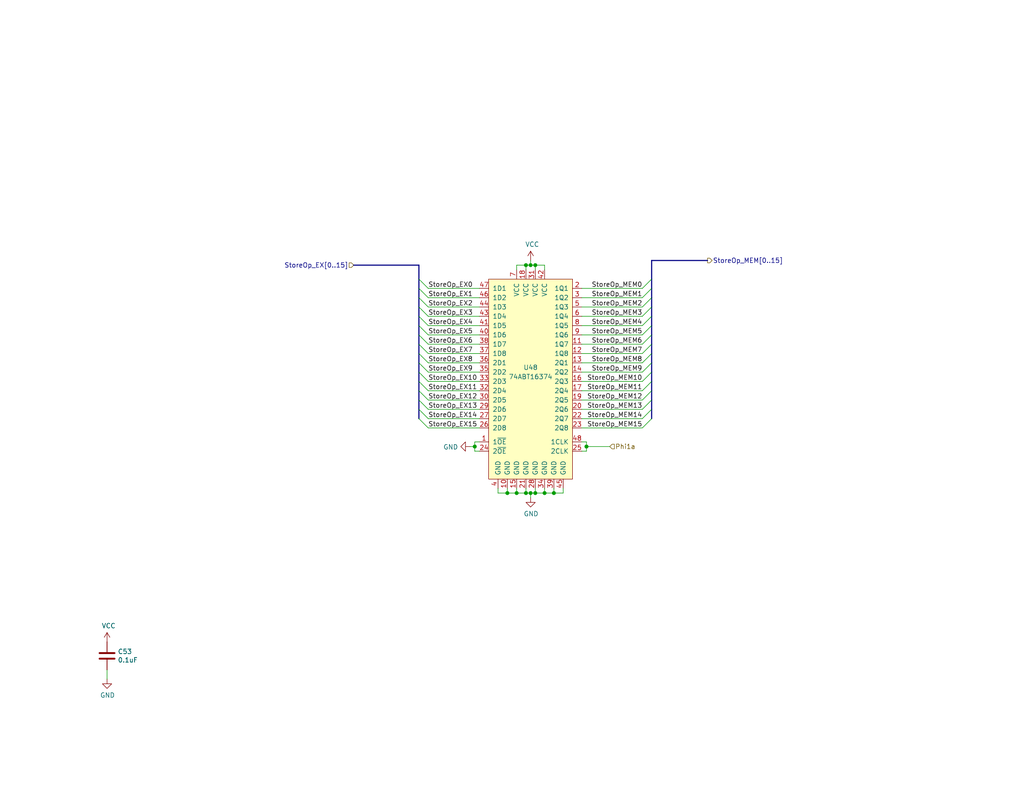
<source format=kicad_sch>
(kicad_sch (version 20230121) (generator eeschema)
  (paper "USLetter")
  (title_block (title "EX/MEM: Store Operand Register") (date "2023-10-22") (rev "C"))
  (lib_symbols
    (symbol "74xx (kicad5):74ABT16374" (pin_names (offset 1.016))
      (property "Reference" "U" (at 0 1.27 0))
      (property "Value" "74ABT16374" (at 0 -1.27 0))
      (symbol "74ABT16374_0_0"
        (pin input line (at -13.97 -20.32 0) (length 2.54) (name "1~{OE}") (number "1"))
        (pin power_in line (at -6.35 -33.02 90) (length 2.54) (name "GND") (number "10"))
        (pin tri_state line (at 13.97 6.35 180) (length 2.54) (name "1Q7") (number "11"))
        (pin tri_state line (at 13.97 3.81 180) (length 2.54) (name "1Q8") (number "12"))
        (pin tri_state line (at 13.97 1.27 180) (length 2.54) (name "2Q1") (number "13"))
        (pin tri_state line (at 13.97 -1.27 180) (length 2.54) (name "2Q2") (number "14"))
        (pin power_in line (at -3.81 -33.02 90) (length 2.54) (name "GND") (number "15"))
        (pin tri_state line (at 13.97 -3.81 180) (length 2.54) (name "2Q3") (number "16"))
        (pin tri_state line (at 13.97 -6.35 180) (length 2.54) (name "2Q4") (number "17"))
        (pin power_in line (at -1.27 26.67 270) (length 2.54) (name "VCC") (number "18"))
        (pin tri_state line (at 13.97 -8.89 180) (length 2.54) (name "2Q5") (number "19"))
        (pin tri_state line (at 13.97 21.59 180) (length 2.54) (name "1Q1") (number "2"))
        (pin tri_state line (at 13.97 -11.43 180) (length 2.54) (name "2Q6") (number "20"))
        (pin power_in line (at -1.27 -33.02 90) (length 2.54) (name "GND") (number "21"))
        (pin tri_state line (at 13.97 -13.97 180) (length 2.54) (name "2Q7") (number "22"))
        (pin tri_state line (at 13.97 -16.51 180) (length 2.54) (name "2Q8") (number "23"))
        (pin input line (at -13.97 -22.86 0) (length 2.54) (name "2~{OE}") (number "24"))
        (pin input line (at 13.97 -22.86 180) (length 2.54) (name "2CLK") (number "25"))
        (pin input line (at -13.97 -16.51 0) (length 2.54) (name "2D8") (number "26"))
        (pin input line (at -13.97 -13.97 0) (length 2.54) (name "2D7") (number "27"))
        (pin power_in line (at 1.27 -33.02 90) (length 2.54) (name "GND") (number "28"))
        (pin input line (at -13.97 -11.43 0) (length 2.54) (name "2D6") (number "29"))
        (pin tri_state line (at 13.97 19.05 180) (length 2.54) (name "1Q2") (number "3"))
        (pin input line (at -13.97 -8.89 0) (length 2.54) (name "2D5") (number "30"))
        (pin power_in line (at 1.27 26.67 270) (length 2.54) (name "VCC") (number "31"))
        (pin input line (at -13.97 -6.35 0) (length 2.54) (name "2D4") (number "32"))
        (pin input line (at -13.97 -3.81 0) (length 2.54) (name "2D3") (number "33"))
        (pin power_in line (at 3.81 -33.02 90) (length 2.54) (name "GND") (number "34"))
        (pin input line (at -13.97 -1.27 0) (length 2.54) (name "2D2") (number "35"))
        (pin input line (at -13.97 1.27 0) (length 2.54) (name "2D1") (number "36"))
        (pin input line (at -13.97 3.81 0) (length 2.54) (name "1D8") (number "37"))
        (pin input line (at -13.97 6.35 0) (length 2.54) (name "1D7") (number "38"))
        (pin power_in line (at 6.35 -33.02 90) (length 2.54) (name "GND") (number "39"))
        (pin power_in line (at -8.89 -33.02 90) (length 2.54) (name "GND") (number "4"))
        (pin input line (at -13.97 8.89 0) (length 2.54) (name "1D6") (number "40"))
        (pin input line (at -13.97 11.43 0) (length 2.54) (name "1D5") (number "41"))
        (pin power_in line (at 3.81 26.67 270) (length 2.54) (name "VCC") (number "42"))
        (pin input line (at -13.97 13.97 0) (length 2.54) (name "1D4") (number "43"))
        (pin input line (at -13.97 16.51 0) (length 2.54) (name "1D3") (number "44"))
        (pin power_in line (at 8.89 -33.02 90) (length 2.54) (name "GND") (number "45"))
        (pin input line (at -13.97 19.05 0) (length 2.54) (name "1D2") (number "46"))
        (pin input line (at -13.97 21.59 0) (length 2.54) (name "1D1") (number "47"))
        (pin input line (at 13.97 -20.32 180) (length 2.54) (name "1CLK") (number "48"))
        (pin tri_state line (at 13.97 16.51 180) (length 2.54) (name "1Q3") (number "5"))
        (pin tri_state line (at 13.97 13.97 180) (length 2.54) (name "1Q4") (number "6"))
        (pin power_in line (at -3.81 26.67 270) (length 2.54) (name "VCC") (number "7"))
        (pin tri_state line (at 13.97 11.43 180) (length 2.54) (name "1Q5") (number "8"))
        (pin tri_state line (at 13.97 8.89 180) (length 2.54) (name "1Q6") (number "9"))
      )
      (symbol "74ABT16374_0_1"
        (rectangle (start -11.43 24.13) (end 11.43 -30.48) (fill (type background)))
      )
    )
    (symbol "Device:C" (pin_numbers hide) (pin_names (offset 0.254))
      (property "Reference" "C" (at 0.635 2.54 0))
      (property "Value" "C" (at 0.635 -2.54 0))
      (symbol "C_0_1"
        (polyline (pts (xy -2.032 -0.762) (xy 2.032 -0.762)) (stroke (width 0.508)))
        (polyline (pts (xy -2.032 0.762) (xy 2.032 0.762)) (stroke (width 0.508)))
      )
      (symbol "C_1_1"
        (pin passive line (at 0 3.81 270) (length 2.794) (name "~") (number "1"))
        (pin passive line (at 0 -3.81 90) (length 2.794) (name "~") (number "2"))
      )
    )
    (symbol "power:GND" (power) (pin_names (offset 0))
      (property "Value" "GND" (at 0 -3.81 0))
      (symbol "GND_0_1"
        (polyline (pts (xy 0 0) (xy 0 -1.27) (xy 1.27 -1.27) (xy 0 -2.54) (xy -1.27 -1.27) (xy 0 -1.27)))
      )
      (symbol "GND_1_1"
        (pin power_in line (at 0 0 270) (length 0) hide (name "GND") (number "1"))
      )
    )
    (symbol "power:VCC" (power) (pin_names (offset 0))
      (property "Value" "VCC" (at 0 3.81 0))
      (symbol "VCC_0_1"
        (polyline (pts (xy -0.762 1.27) (xy 0 2.54)))
        (polyline (pts (xy 0 0) (xy 0 2.54)))
        (polyline (pts (xy 0 2.54) (xy 0.762 1.27)))
      )
      (symbol "VCC_1_1"
        (pin power_in line (at 0 0 90) (length 0) hide (name "VCC") (number "1"))
      )
    )
  )
  (junction (at 144.78 72.39))
  (junction (at 143.51 134.62))
  (junction (at 144.78 134.62))
  (junction (at 138.43 134.62))
  (junction (at 160.02 121.92))
  (junction (at 143.51 72.39))
  (junction (at 146.05 72.39))
  (junction (at 151.13 134.62))
  (junction (at 129.54 121.92))
  (junction (at 140.97 134.62))
  (junction (at 148.59 134.62))
  (junction (at 146.05 134.62))
  (bus_entry (at 114.3 78.74) (size 2.54 2.54))
  (bus_entry (at 114.3 76.2) (size 2.54 2.54))
  (bus_entry (at 114.3 91.44) (size 2.54 2.54))
  (bus_entry (at 114.3 114.3) (size 2.54 2.54))
  (bus_entry (at 177.8 106.68) (size -2.54 2.54))
  (bus_entry (at 114.3 111.76) (size 2.54 2.54))
  (bus_entry (at 114.3 109.22) (size 2.54 2.54))
  (bus_entry (at 114.3 88.9) (size 2.54 2.54))
  (bus_entry (at 114.3 96.52) (size 2.54 2.54))
  (bus_entry (at 177.8 88.9) (size -2.54 2.54))
  (bus_entry (at 114.3 101.6) (size 2.54 2.54))
  (bus_entry (at 177.8 86.36) (size -2.54 2.54))
  (bus_entry (at 177.8 96.52) (size -2.54 2.54))
  (bus_entry (at 114.3 99.06) (size 2.54 2.54))
  (bus_entry (at 114.3 83.82) (size 2.54 2.54))
  (bus_entry (at 177.8 76.2) (size -2.54 2.54))
  (bus_entry (at 114.3 104.14) (size 2.54 2.54))
  (bus_entry (at 177.8 83.82) (size -2.54 2.54))
  (bus_entry (at 177.8 109.22) (size -2.54 2.54))
  (bus_entry (at 177.8 114.3) (size -2.54 2.54))
  (bus_entry (at 177.8 99.06) (size -2.54 2.54))
  (bus_entry (at 114.3 81.28) (size 2.54 2.54))
  (bus_entry (at 114.3 93.98) (size 2.54 2.54))
  (bus_entry (at 177.8 101.6) (size -2.54 2.54))
  (bus_entry (at 177.8 104.14) (size -2.54 2.54))
  (bus_entry (at 177.8 91.44) (size -2.54 2.54))
  (bus_entry (at 114.3 86.36) (size 2.54 2.54))
  (bus_entry (at 177.8 111.76) (size -2.54 2.54))
  (bus_entry (at 177.8 93.98) (size -2.54 2.54))
  (bus_entry (at 177.8 81.28) (size -2.54 2.54))
  (bus_entry (at 177.8 78.74) (size -2.54 2.54))
  (bus_entry (at 114.3 106.68) (size 2.54 2.54))
  (wire (pts (xy 116.84 111.76) (xy 130.81 111.76)))
  (wire (pts (xy 138.43 134.62) (xy 140.97 134.62)))
  (wire (pts (xy 175.26 114.3) (xy 158.75 114.3)))
  (wire (pts (xy 116.84 81.28) (xy 130.81 81.28)))
  (wire (pts (xy 140.97 72.39) (xy 143.51 72.39)))
  (bus (pts (xy 177.8 78.74) (xy 177.8 81.28)))
  (wire (pts (xy 175.26 109.22) (xy 158.75 109.22)))
  (bus (pts (xy 177.8 101.6) (xy 177.8 104.14)))
  (wire (pts (xy 143.51 133.35) (xy 143.51 134.62)))
  (bus (pts (xy 177.8 96.52) (xy 177.8 99.06)))
  (wire (pts (xy 146.05 133.35) (xy 146.05 134.62)))
  (wire (pts (xy 143.51 73.66) (xy 143.51 72.39)))
  (bus (pts (xy 177.8 91.44) (xy 177.8 93.98)))
  (bus (pts (xy 114.3 81.28) (xy 114.3 83.82)))
  (wire (pts (xy 143.51 72.39) (xy 144.78 72.39)))
  (wire (pts (xy 116.84 93.98) (xy 130.81 93.98)))
  (wire (pts (xy 175.26 96.52) (xy 158.75 96.52)))
  (bus (pts (xy 114.3 86.36) (xy 114.3 88.9)))
  (wire (pts (xy 116.84 104.14) (xy 130.81 104.14)))
  (wire (pts (xy 140.97 134.62) (xy 143.51 134.62)))
  (wire (pts (xy 144.78 72.39) (xy 146.05 72.39)))
  (bus (pts (xy 177.8 71.12) (xy 177.8 76.2)))
  (wire (pts (xy 146.05 134.62) (xy 148.59 134.62)))
  (wire (pts (xy 135.89 133.35) (xy 135.89 134.62)))
  (bus (pts (xy 114.3 104.14) (xy 114.3 106.68)))
  (wire (pts (xy 116.84 86.36) (xy 130.81 86.36)))
  (wire (pts (xy 143.51 134.62) (xy 144.78 134.62)))
  (wire (pts (xy 144.78 71.12) (xy 144.78 72.39)))
  (bus (pts (xy 114.3 83.82) (xy 114.3 86.36)))
  (wire (pts (xy 160.02 121.92) (xy 166.37 121.92)))
  (wire (pts (xy 116.84 106.68) (xy 130.81 106.68)))
  (wire (pts (xy 160.02 120.65) (xy 160.02 121.92)))
  (wire (pts (xy 160.02 121.92) (xy 160.02 123.19)))
  (wire (pts (xy 135.89 134.62) (xy 138.43 134.62)))
  (wire (pts (xy 175.26 91.44) (xy 158.75 91.44)))
  (bus (pts (xy 114.3 88.9) (xy 114.3 91.44)))
  (wire (pts (xy 175.26 116.84) (xy 158.75 116.84)))
  (bus (pts (xy 177.8 111.76) (xy 177.8 114.3)))
  (wire (pts (xy 138.43 133.35) (xy 138.43 134.62)))
  (bus (pts (xy 177.8 99.06) (xy 177.8 101.6)))
  (wire (pts (xy 116.84 109.22) (xy 130.81 109.22)))
  (bus (pts (xy 177.8 76.2) (xy 177.8 78.74)))
  (wire (pts (xy 153.67 134.62) (xy 153.67 133.35)))
  (wire (pts (xy 129.54 121.92) (xy 129.54 123.19)))
  (wire (pts (xy 116.84 96.52) (xy 130.81 96.52)))
  (wire (pts (xy 146.05 72.39) (xy 148.59 72.39)))
  (wire (pts (xy 140.97 73.66) (xy 140.97 72.39)))
  (wire (pts (xy 151.13 134.62) (xy 153.67 134.62)))
  (wire (pts (xy 175.26 106.68) (xy 158.75 106.68)))
  (wire (pts (xy 151.13 133.35) (xy 151.13 134.62)))
  (wire (pts (xy 144.78 134.62) (xy 144.78 135.89)))
  (bus (pts (xy 114.3 72.39) (xy 114.3 76.2)))
  (bus (pts (xy 114.3 109.22) (xy 114.3 111.76)))
  (wire (pts (xy 116.84 83.82) (xy 130.81 83.82)))
  (wire (pts (xy 129.54 121.92) (xy 128.27 121.92)))
  (bus (pts (xy 177.8 106.68) (xy 177.8 109.22)))
  (bus (pts (xy 114.3 111.76) (xy 114.3 114.3)))
  (wire (pts (xy 148.59 72.39) (xy 148.59 73.66)))
  (bus (pts (xy 114.3 78.74) (xy 114.3 81.28)))
  (wire (pts (xy 175.26 78.74) (xy 158.75 78.74)))
  (wire (pts (xy 175.26 101.6) (xy 158.75 101.6)))
  (wire (pts (xy 175.26 111.76) (xy 158.75 111.76)))
  (bus (pts (xy 177.8 83.82) (xy 177.8 86.36)))
  (wire (pts (xy 116.84 91.44) (xy 130.81 91.44)))
  (bus (pts (xy 114.3 106.68) (xy 114.3 109.22)))
  (wire (pts (xy 160.02 123.19) (xy 158.75 123.19)))
  (bus (pts (xy 114.3 91.44) (xy 114.3 93.98)))
  (wire (pts (xy 140.97 133.35) (xy 140.97 134.62)))
  (bus (pts (xy 177.8 88.9) (xy 177.8 91.44)))
  (wire (pts (xy 129.54 120.65) (xy 129.54 121.92)))
  (wire (pts (xy 116.84 101.6) (xy 130.81 101.6)))
  (wire (pts (xy 175.26 104.14) (xy 158.75 104.14)))
  (wire (pts (xy 130.81 120.65) (xy 129.54 120.65)))
  (wire (pts (xy 148.59 134.62) (xy 151.13 134.62)))
  (bus (pts (xy 177.8 93.98) (xy 177.8 96.52)))
  (wire (pts (xy 29.21 185.42) (xy 29.21 182.88)))
  (bus (pts (xy 177.8 86.36) (xy 177.8 88.9)))
  (bus (pts (xy 114.3 76.2) (xy 114.3 78.74)))
  (bus (pts (xy 96.52 72.39) (xy 114.3 72.39)))
  (wire (pts (xy 175.26 81.28) (xy 158.75 81.28)))
  (bus (pts (xy 177.8 81.28) (xy 177.8 83.82)))
  (wire (pts (xy 146.05 73.66) (xy 146.05 72.39)))
  (wire (pts (xy 129.54 123.19) (xy 130.81 123.19)))
  (bus (pts (xy 193.04 71.12) (xy 177.8 71.12)))
  (bus (pts (xy 114.3 99.06) (xy 114.3 101.6)))
  (bus (pts (xy 114.3 93.98) (xy 114.3 96.52)))
  (bus (pts (xy 114.3 96.52) (xy 114.3 99.06)))
  (wire (pts (xy 116.84 88.9) (xy 130.81 88.9)))
  (bus (pts (xy 177.8 109.22) (xy 177.8 111.76)))
  (wire (pts (xy 144.78 134.62) (xy 146.05 134.62)))
  (wire (pts (xy 116.84 116.84) (xy 130.81 116.84)))
  (wire (pts (xy 175.26 88.9) (xy 158.75 88.9)))
  (wire (pts (xy 148.59 133.35) (xy 148.59 134.62)))
  (wire (pts (xy 175.26 86.36) (xy 158.75 86.36)))
  (bus (pts (xy 114.3 101.6) (xy 114.3 104.14)))
  (wire (pts (xy 175.26 83.82) (xy 158.75 83.82)))
  (wire (pts (xy 116.84 99.06) (xy 130.81 99.06)))
  (wire (pts (xy 116.84 78.74) (xy 130.81 78.74)))
  (wire (pts (xy 158.75 120.65) (xy 160.02 120.65)))
  (wire (pts (xy 116.84 114.3) (xy 130.81 114.3)))
  (wire (pts (xy 175.26 99.06) (xy 158.75 99.06)))
  (bus (pts (xy 177.8 104.14) (xy 177.8 106.68)))
  (wire (pts (xy 175.26 93.98) (xy 158.75 93.98)))
  (label "StoreOp_EX12" (at 116.84 109.22 0))
  (label "StoreOp_EX13" (at 116.84 111.76 0))
  (label "StoreOp_EX0" (at 116.84 78.74 0))
  (label "StoreOp_MEM2" (at 175.26 83.82 180))
  (label "StoreOp_EX2" (at 116.84 83.82 0))
  (label "StoreOp_EX8" (at 116.84 99.06 0))
  (label "StoreOp_MEM10" (at 175.26 104.14 180))
  (label "StoreOp_MEM15" (at 175.26 116.84 180))
  (label "StoreOp_EX10" (at 116.84 104.14 0))
  (label "StoreOp_MEM12" (at 175.26 109.22 180))
  (label "StoreOp_MEM4" (at 175.26 88.9 180))
  (label "StoreOp_EX6" (at 116.84 93.98 0))
  (label "StoreOp_MEM1" (at 175.26 81.28 180))
  (label "StoreOp_MEM9" (at 175.26 101.6 180))
  (label "StoreOp_MEM7" (at 175.26 96.52 180))
  (label "StoreOp_EX11" (at 116.84 106.68 0))
  (label "StoreOp_EX3" (at 116.84 86.36 0))
  (label "StoreOp_EX1" (at 116.84 81.28 0))
  (label "StoreOp_EX7" (at 116.84 96.52 0))
  (label "StoreOp_MEM3" (at 175.26 86.36 180))
  (label "StoreOp_EX9" (at 116.84 101.6 0))
  (label "StoreOp_MEM14" (at 175.26 114.3 180))
  (label "StoreOp_MEM8" (at 175.26 99.06 180))
  (label "StoreOp_MEM13" (at 175.26 111.76 180))
  (label "StoreOp_EX15" (at 116.84 116.84 0))
  (label "StoreOp_EX5" (at 116.84 91.44 0))
  (label "StoreOp_MEM11" (at 175.26 106.68 180))
  (label "StoreOp_EX14" (at 116.84 114.3 0))
  (label "StoreOp_MEM5" (at 175.26 91.44 180))
  (label "StoreOp_MEM6" (at 175.26 93.98 180))
  (label "StoreOp_MEM0" (at 175.26 78.74 180))
  (label "StoreOp_EX4" (at 116.84 88.9 0))
  (hierarchical_label "StoreOp_MEM[0..15]" (shape output) (at 193.04 71.12 0))
  (hierarchical_label "Phi1a" (shape input) (at 166.37 121.92 0))
  (hierarchical_label "StoreOp_EX[0..15]" (shape input) (at 96.52 72.39 180))
  (symbol (lib_id "Device:C") (at 29.21 179.07 0) (unit 1)
    (property "Reference" "C53" (at 32.131 177.9016 0) (effects (justify left)))
    (property "Value" "0.1uF" (at 32.131 180.213 0) (effects (justify left)))
    (property "Footprint" "Capacitor_SMD:C_0603_1608Metric_Pad1.08x0.95mm_HandSolder" (effects hide))
    (property "Mouser" "https://www.mouser.com/ProductDetail/963-EMK107B7104KAHT" (effects hide))
  )
  (symbol (lib_id "power:VCC") (at 29.21 175.26 0) (unit 1)
    (property "Reference" "#PWR0321" (effects hide))
    (property "Value" "VCC" (at 29.6418 170.8658 0))
  )
  (symbol (lib_id "power:GND") (at 29.21 185.42 0) (unit 1)
    (property "Reference" "#PWR0322" (effects hide))
    (property "Value" "GND" (at 29.337 189.8142 0))
  )
  (symbol (lib_id "power:GND") (at 128.27 121.92 270) (unit 1)
    (property "Reference" "#PWR0323" (effects hide))
    (property "Value" "GND" (at 125.0188 122.047 90) (effects (justify right)))
  )
  (symbol (lib_id "power:VCC") (at 144.78 71.12 0) (unit 1)
    (property "Reference" "#PWR0324" (effects hide))
    (property "Value" "VCC" (at 145.2118 66.7258 0))
  )
  (symbol (lib_id "power:GND") (at 144.78 135.89 0) (unit 1)
    (property "Reference" "#PWR0325" (effects hide))
    (property "Value" "GND" (at 144.907 140.2842 0))
  )
  (symbol (lib_id "74xx (kicad5):74ABT16374") (at 144.78 100.33 0) (unit 1)
    (property "Reference" "U48" (at 144.78 100.33 0))
    (property "Value" "74ABT16374" (at 144.78 102.87 0))
    (property "Footprint" "Package_SO:TSSOP-48_6.1x12.5mm_P0.5mm" (effects hide))
    (property "Datasheet" "https://www.ti.com/lit/ds/symlink/sn74abt16374a.pdf?HQS=dis-mous-null-mousermode-dsf-pf-null-wwe&ts=1617318801237" (effects hide))
    (property "Mouser" "https://www.mouser.com/ProductDetail/Texas-Instruments/SN74ABT16374ADGGR?qs=%2Fha2pyFadui8Wf%2F61v2joCyY9bOa3peBR5btn0VUHs8%3D" (effects hide))
  )
)
</source>
